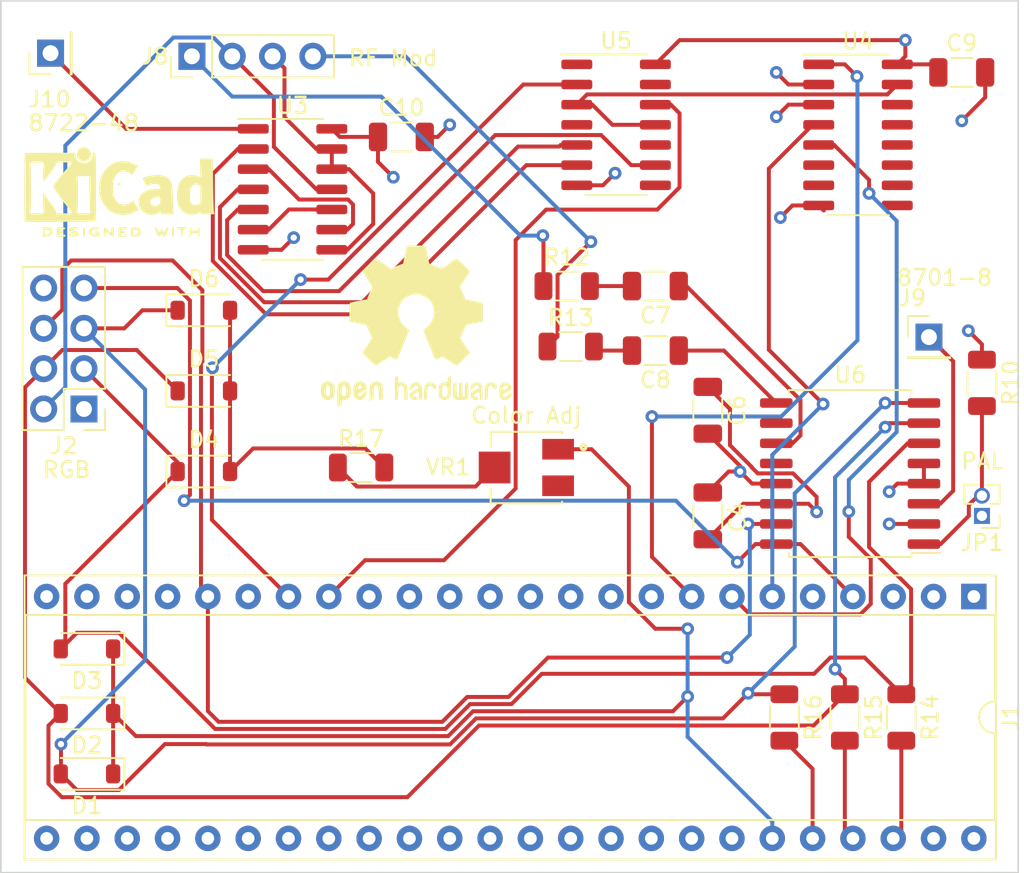
<source format=kicad_pcb>
(kicad_pcb (version 20221018) (generator pcbnew)
  (layers (0 "F.Cu" signal) (1 "In1.Cu" mixed "Power") (2 "In2.Cu" power "Ground") (31 "B.Cu" signal) (34 "B.Paste" user) (35 "F.Paste" user) (36 "B.SilkS" user "B.Silkscreen") (37 "F.SilkS" user "F.Silkscreen") (38 "B.Mask" user) (39 "F.Mask" user) (44 "Edge.Cuts" user))
  (net 0 "")
  (net 1 "GRN")
  (net 2 "RED")
  (net 3 "+5V")
  (net 4 "GND")
  (net 5 "Net-(C7-Pad2)")
  (net 6 "Net-(C8-Pad2)")
  (net 7 "VINT")
  (net 8 "BLU")
  (net 9 "Net-(D4-A)")
  (net 10 "HSYNC")
  (net 11 "{slash}CSVDC")
  (net 12 "R{slash}W")
  (net 13 "VSYNC")
  (net 14 "VBLU")
  (net 15 "VGRN")
  (net 16 "VRED")
  (net 17 "NTSC{slash}PAL")
  (net 18 "Net-(R17-Pad1)")
  (net 19 "A0")
  (net 20 "MOS8701p8")
  (net 21 "D7")
  (net 22 "D0")
  (net 23 "D1")
  (net 44 "~SELOUT")
  (net 45 "SELOUT")
  (net 62 "LUM80")
  (net 63 "CHR80")
  (net 64 "Net-(U6-LUM_OUT)")
  (net 65 "Net-(U6-CHROM_OUT)")
  (net 66 "Net-(U3-Pad10)")
  (net 67 "Net-(U3-Pad3)")
  (net 68 "Net-(U5B-Q)")
  (net 69 "Net-(U5A-Q)")
  (net 70 "Net-(U5A-~{Q})")
  (net 71 "Net-(U4-Y0)")
  (net 78 "MOS8722p48")
  (footprint "Package_SO:SOIC-16W_7.5x10.3mm_P1.27mm" (layer "F.Cu") (at 171.274 117.729 180)
    (fp_text reference "U6")
    (fp_text value "AD725")
  )
  (footprint "Diode_SMD:D_SOD-123" (layer "F.Cu") (at 130.556 112.522)
    (fp_text reference "D5")
    (fp_text value "1N4148W" hide)
  )
  (footprint "Resistor_SMD:R_1206_3216Metric" (layer "F.Cu") (at 153.416 105.918)
    (fp_text reference "R12")
    (fp_text value "75")
  )
  (footprint "Capacitor_SMD:C_1206_3216Metric" (layer "F.Cu") (at 143.002 96.52)
    (fp_text reference "C10")
    (fp_text value "0.1uF")
  )
  (footprint "Resistor_SMD:R_1206_3216Metric" (layer "F.Cu") (at 140.462 117.348)
    (fp_text reference "R17")
    (fp_text value "470")
  )
  (footprint "Diode_SMD:D_SOD-123" (layer "F.Cu") (at 130.556 107.442)
    (fp_text reference "D6")
    (fp_text value "1N4148W" hide)
  )
  (footprint "Connector_PinHeader_2.54mm:PinHeader_1x01_P2.54mm_Vertical" (layer "F.Cu") (at 176.240182 109.130822)
    (fp_text reference "J9")
    (fp_text value "8701p8")
  )
  (footprint "LOGO" (layer "F.Cu") (at 125.207796 99.991189)
    (fp_text reference "G***" hide)
    (fp_text value "LOGO" hide)
  )
  (footprint "Package_SO:SOIC-14_3.9x8.7mm_P1.27mm" (layer "F.Cu") (at 136.144 99.822)
    (fp_text reference "U3")
    (fp_text value "74LS00")
  )
  (footprint "Capacitor_SMD:C_1206_3216Metric" (layer "F.Cu") (at 162.306 113.743 -90)
    (fp_text reference "C6")
    (fp_text value "0.1uF")
  )
  (footprint "Package_DIP:DIP-48_W15.24mm_Socket" (layer "F.Cu") (at 179.07 125.476 -90)
    (fp_text reference "J1")
    (fp_text value "VDC Socket" hide)
  )
  (footprint "Capacitor_SMD:C_1206_3216Metric" (layer "F.Cu") (at 162.306 120.396 90)
    (fp_text reference "C4")
    (fp_text value "10uF")
  )
  (footprint "Capacitor_SMD:C_1206_3216Metric" (layer "F.Cu") (at 178.308 92.456)
    (fp_text reference "C9")
    (fp_text value "0.1uF")
  )
  (footprint "Package_SO:SO-14_3.9x8.65mm_P1.27mm" (layer "F.Cu") (at 156.529 95.758)
    (fp_text reference "U5")
    (fp_text value "74LS74")
  )
  (footprint "LOGO" (layer "F.Cu") (at 143.92413 108.417545)
    (fp_text reference "G***" hide)
    (fp_text value "LOGO" hide)
  )
  (footprint "Resistor_SMD:R_1206_3216Metric" (layer "F.Cu") (at 174.498 133.096 -90)
    (fp_text reference "R14")
    (fp_text value "1k")
  )
  (footprint "Capacitor_SMD:C_1206_3216Metric" (layer "F.Cu") (at 159.004 105.918 180)
    (fp_text reference "C7")
    (fp_text value "220uF")
  )
  (footprint "Capacitor_SMD:C_1206_3216Metric" (layer "F.Cu") (at 159.004 109.982 180)
    (fp_text reference "C8")
    (fp_text value "220uF")
  )
  (footprint "Diode_SMD:D_SOD-123" (layer "F.Cu") (at 130.556 117.602)
    (fp_text reference "D4")
    (fp_text value "1N4148W" hide)
  )
  (footprint "Resistor_SMD:R_1206_3216Metric" (layer "F.Cu") (at 179.578 112.014 -90)
    (fp_text reference "R10")
    (fp_text value "10k")
  )
  (footprint "Connector_PinHeader_2.54mm:PinHeader_1x04_P2.54mm_Vertical" (layer "F.Cu") (at 129.804 91.44 90)
    (fp_text reference "J8")
    (fp_text value "VIDOUT" hide)
  )
  (footprint "Resistor_SMD:R_1206_3216Metric" (layer "F.Cu") (at 167.132 133.096 -90)
    (fp_text reference "R16")
    (fp_text value "1k")
  )
  (footprint "Connector_PinHeader_1.27mm:PinHeader_1x02_P1.27mm_Vertical" (layer "F.Cu") (at 179.578 120.396 180)
    (fp_text reference "JP1")
    (fp_text value "NTSC/PAL" hide)
  )
  (footprint "Resistor_SMD:R_1206_3216Metric" (layer "F.Cu") (at 170.942 133.096 -90)
    (fp_text reference "R15")
    (fp_text value "1k")
  )
  (footprint "Diode_SMD:D_SOD-123" (layer "F.Cu") (at 123.19 132.842 180)
    (fp_text reference "D2")
    (fp_text value "1N4148W" hide)
  )
  (footprint "Diode_SMD:D_SOD-123" (layer "F.Cu") (at 123.19 136.652 180)
    (fp_text reference "D1")
    (fp_text value "1N4148W" hide)
  )
  (footprint "Resistor_SMD:R_1206_3216Metric" (layer "F.Cu") (at 153.67 109.728)
    (fp_text reference "R13")
    (fp_text value "75")
  )
  (footprint "Package_SO:SOIC-16_3.9x9.9mm_P1.27mm" (layer "F.Cu") (at 171.769 96.393)
    (fp_text reference "U4")
    (fp_text value "74HC238")
  )
  (footprint "Diode_SMD:D_SOD-123" (layer "F.Cu") (at 123.19 128.778 180)
    (fp_text reference "D3")
    (fp_text value "1N4148W" hide)
  )
  (footprint "Connector_PinHeader_2.54mm:PinHeader_1x01_P2.54mm_Vertical" (layer "F.Cu") (at 120.896643 91.243806 90)
    (fp_text reference "J10")
    (fp_text value "8722p48" hide)
  )
  (footprint "r2v2_proj_models:TRIM_3314J-1-501E" (layer "F.Cu") (at 150.876 117.348 90)
    (fp_text reference "VR1")
    (fp_text value "Color Adj")
  )
  (footprint "Connector_PinHeader_2.54mm:PinHeader_2x04_P2.54mm_Vertical" (layer "F.Cu") (at 123.002887 113.661445 180)
    (fp_text reference "J2")
    (fp_text value "RGBout")
  )
  (gr_rect (start 117.769188 87.943773) (end 181.864 142.875) (stroke (width 0.1)) (fill none) (layer "Edge.Cuts"))
  (gr_text "8701-8" (at 174.124874 105.96886) (layer "F.SilkS") (effects (font (size 1 1)) (justify left bottom)))
  (gr_text "PAL" (at 178.171749 117.529264) (layer "F.SilkS") (effects (font (size 1 1)) (justify left bottom)))
  (gr_text "RGB" (at 120.308385 118.077865) (layer "F.SilkS") (effects (font (size 1 1)) (justify left bottom)))
  (gr_text "8722-48" (at 119.407804 96.229744) (layer "F.SilkS") (effects (font (size 1 1)) (justify left bottom)))
  (gr_text "RF Mod" (at 139.594216 92.137563) (layer "F.SilkS") (effects (font (size 1 1)) (justify left bottom)))
  (segment (start 120.462887 111.121445) (end 119.287887 112.296445) (width 0.25) (layer "F.Cu") (net 1))
  (segment (start 168.9715 133.604) (end 170.942 131.6335) (width 0.25) (layer "F.Cu") (net 1))
  (segment (start 170.325 130.048) (end 170.942 130.665) (width 0.25) (layer "F.Cu") (net 1))
  (segment (start 143.377808 138.118) (end 147.891808 133.604) (width 0.25) (layer "F.Cu") (net 1))
  (segment (start 119.287887 112.296445) (end 119.287887 130.589887) (width 0.25) (layer "F.Cu") (net 1))
  (segment (start 120.765 137.275) (end 121.608 138.118) (width 0.25) (layer "F.Cu") (net 1))
  (segment (start 128.906 112.522) (end 126.330445 109.946445) (width 0.25) (layer "F.Cu") (net 1))
  (segment (start 147.891808 133.604) (end 168.9715 133.604) (width 0.25) (layer "F.Cu") (net 1))
  (segment (start 121.54 132.842) (end 120.765 133.617) (width 0.25) (layer "F.Cu") (net 1))
  (segment (start 121.608 138.118) (end 143.377808 138.118) (width 0.25) (layer "F.Cu") (net 1))
  (segment (start 126.330445 109.946445) (end 121.637887 109.946445) (width 0.25) (layer "F.Cu") (net 1))
  (segment (start 121.637887 109.946445) (end 120.462887 111.121445) (width 0.25) (layer "F.Cu") (net 1))
  (segment (start 173.736 114.554) (end 175.924 114.554) (width 0.25) (layer "F.Cu") (net 1))
  (segment (start 119.287887 130.589887) (end 121.54 132.842) (width 0.25) (layer "F.Cu") (net 1))
  (segment (start 170.942 130.665) (end 170.942 131.6335) (width 0.25) (layer "F.Cu") (net 1))
  (segment (start 120.765 133.617) (end 120.765 137.275) (width 0.25) (layer "F.Cu") (net 1))
  (segment (start 173.482 114.808) (end 173.736 114.554) (width 0.25) (layer "F.Cu") (net 1))
  (via (at 170.325 130.048) (size 0.8) (drill 0.4) (layers "F.Cu" "B.Cu") (net 1))
  (via (at 173.482 114.808) (size 0.8) (drill 0.4) (layers "F.Cu" "B.Cu") (net 1))
  (segment (start 170.325 130.048) (end 170.325 117.965) (width 0.25) (layer "B.Cu") (net 1))
  (segment (start 170.325 117.965) (end 173.482 114.808) (width 0.25) (layer "B.Cu") (net 1))
  (segment (start 145.765656 133.820964) (end 131.267016 133.820964) (width 0.25) (layer "F.Cu") (net 2))
  (segment (start 147.33262 132.254) (end 145.765656 133.820964) (width 0.25) (layer "F.Cu") (net 2))
  (segment (start 169.000482 130.347213) (end 151.846787 130.347213) (width 0.25) (layer "F.Cu") (net 2))
  (segment (start 175.924 115.824) (end 174.899001 115.824) (width 0.25) (layer "F.Cu") (net 2))
  (segment (start 122.111 128.207) (end 121.54 128.778) (width 0.25) (layer "F.Cu") (net 2))
  (segment (start 122.556 127.762) (end 122.111 128.207) (width 0.25) (layer "F.Cu") (net 2))
  (segment (start 131.267016 133.820964) (end 125.208052 127.762) (width 0.25) (layer "F.Cu") (net 2))
  (segment (start 121.828208 128.489792) (end 121.54 128.778) (width 0.25) (layer "F.Cu") (net 2))
  (segment (start 123.002887 111.121445) (end 128.906 117.024558) (width 0.25) (layer "F.Cu") (net 2))
  (segment (start 174.498 131.6335) (end 172.1875 129.323) (width 0.25) (layer "F.Cu") (net 2))
  (segment (start 149.94 132.254) (end 147.33262 132.254) (width 0.25) (layer "F.Cu") (net 2))
  (segment (start 151.846787 130.347213) (end 149.94 132.254) (width 0.25) (layer "F.Cu") (net 2))
  (segment (start 175.115 125.010009) (end 175.115 131.0165) (width 0.25) (layer "F.Cu") (net 2))
  (segment (start 172.466 118.257001) (end 172.466 122.361009) (width 0.25) (layer "F.Cu") (net 2))
  (segment (start 128.906 117.602) (end 121.828208 124.679792) (width 0.25) (layer "F.Cu") (net 2))
  (segment (start 128.906 117.024558) (end 128.906 117.602) (width 0.25) (layer "F.Cu") (net 2))
  (segment (start 174.899001 115.824) (end 172.466 118.257001) (width 0.25) (layer "F.Cu") (net 2))
  (segment (start 121.828208 124.679792) (end 121.828208 128.489792) (width 0.25) (layer "F.Cu") (net 2))
  (segment (start 175.115 131.0165) (end 174.498 131.6335) (width 0.25) (layer "F.Cu") (net 2))
  (segment (start 172.466 122.361009) (end 175.115 125.010009) (width 0.25) (layer "F.Cu") (net 2))
  (segment (start 125.208052 127.762) (end 122.556 127.762) (width 0.25) (layer "F.Cu") (net 2))
  (segment (start 172.1875 129.323) (end 170.024695 129.323) (width 0.25) (layer "F.Cu") (net 2))
  (segment (start 170.024695 129.323) (end 169.000482 130.347213) (width 0.25) (layer "F.Cu") (net 2))
  (segment (start 162.306 112.268) (end 163.703086 113.665086) (width 0.25) (layer "F.Cu") (net 3))
  (segment (start 141.527 98.093) (end 142.494 99.06) (width 0.25) (layer "F.Cu") (net 3))
  (segment (start 175.924 118.364) (end 174.244 118.364) (width 0.25) (layer "F.Cu") (net 3))
  (segment (start 160.528 90.424) (end 159.004 91.948) (width 0.25) (layer "F.Cu") (net 3))
  (segment (start 167.679908 117.719) (end 169.164 119.203092) (width 0.25) (layer "F.Cu") (net 3))
  (segment (start 174.752 91.44) (end 174.752 90.424) (width 0.25) (layer "F.Cu") (net 3))
  (segment (start 168.656 119.634) (end 169.164 120.142) (width 0.25) (layer "F.Cu") (net 3))
  (segment (start 165.063 117.301695) (end 165.063 117.326934) (width 0.25) (layer "F.Cu") (net 3))
  (segment (start 174.244 91.948) (end 174.752 91.44) (width 0.25) (layer "F.Cu") (net 3))
  (segment (start 174.244 91.948) (end 176.325 91.948) (width 0.25) (layer "F.Cu") (net 3))
  (segment (start 163.703086 113.665086) (end 163.703086 115.941781) (width 0.25) (layer "F.Cu") (net 3))
  (segment (start 176.325 91.948) (end 176.833 92.456) (width 0.25) (layer "F.Cu") (net 3))
  (segment (start 174.752 90.424) (end 160.528 90.424) (width 0.25) (layer "F.Cu") (net 3))
  (segment (start 141.527 96.52) (end 141.527 98.093) (width 0.25) (layer "F.Cu") (net 3))
  (segment (start 179.578 110.5515) (end 179.578 109.584421) (width 0.25) (layer "F.Cu") (net 3))
  (segment (start 174.244 118.364) (end 173.736 118.872) (width 0.25) (layer "F.Cu") (net 3))
  (segment (start 139.127 96.52) (end 138.619 96.012) (width 0.25) (layer "F.Cu") (net 3))
  (segment (start 165.063 117.326934) (end 165.455066 117.719) (width 0.25) (layer "F.Cu") (net 3))
  (segment (start 169.164 119.203092) (end 169.164 120.142) (width 0.25) (layer "F.Cu") (net 3))
  (segment (start 179.578 109.584421) (end 178.724805 108.731226) (width 0.25) (layer "F.Cu") (net 3))
  (segment (start 175.924 117.094) (end 175.924 118.364) (width 0.25) (layer "F.Cu") (net 3))
  (segment (start 163.703086 115.941781) (end 165.063 117.301695) (width 0.25) (layer "F.Cu") (net 3))
  (segment (start 164.543 119.634) (end 166.624 119.634) (width 0.25) (layer "F.Cu") (net 3))
  (segment (start 166.624 119.634) (end 168.656 119.634) (width 0.25) (layer "F.Cu") (net 3))
  (segment (start 141.527 96.52) (end 139.127 96.52) (width 0.25) (layer "F.Cu") (net 3))
  (segment (start 162.306 121.871) (end 164.543 119.634) (width 0.25) (layer "F.Cu") (net 3))
  (segment (start 165.455066 117.719) (end 167.679908 117.719) (width 0.25) (layer "F.Cu") (net 3))
  (via (at 169.164 120.142) (size 0.8) (drill 0.4) (layers "F.Cu" "B.Cu") (net 3))
  (via (at 142.494 99.06) (size 0.8) (drill 0.4) (layers "F.Cu" "B.Cu") (net 3))
  (via (at 174.752 90.424) (size 0.8) (drill 0.4) (layers "F.Cu" "B.Cu") (net 3))
  (via (at 173.736 118.872) (size 0.8) (drill 0.4) (layers "F.Cu" "B.Cu") (net 3))
  (via (at 178.724805 108.731226) (size 0.8) (drill 0.4) (layers "F.Cu" "B.Cu") (net 3))
  (segment (start 162.306 115.218) (end 164.338 117.25) (width 0.25) (layer "F.Cu") (net 4))
  (segment (start 169.294 93.218) (end 167.386 93.218) (width 0.25) (layer "F.Cu") (net 4))
  (segment (start 165.1 118.364) (end 164.338 117.602) (width 0.25) (layer "F.Cu") (net 4))
  (segment (start 179.783 92.456) (end 179.783 94.029) (width 0.25) (layer "F.Cu") (net 4))
  (segment (start 169.294 100.838) (end 167.64 100.838) (width 0.25) (layer "F.Cu") (net 4))
  (segment (start 164.338 117.25) (end 164.338 117.602) (width 0.25) (layer "F.Cu") (net 4))
  (segment (start 144.477 96.52) (end 145.288 96.52) (width 0.25) (layer "F.Cu") (net 4))
  (segment (start 162.306 118.921) (end 163.625 117.602) (width 0.25) (layer "F.Cu") (net 4))
  (segment (start 167.64 100.838) (end 166.878 101.6) (width 0.25) (layer "F.Cu") (net 4))
  (segment (start 175.924 120.904) (end 173.736 120.904) (width 0.25) (layer "F.Cu") (net 4))
  (segment (start 167.386 94.488) (end 166.624 95.25) (width 0.25) (layer "F.Cu") (net 4))
  (segment (start 155.702 99.568) (end 156.464 98.806) (width 0.25) (layer "F.Cu") (net 4))
  (segment (start 179.783 94.029) (end 178.308 95.504) (width 0.25) (layer "F.Cu") (net 4))
  (segment (start 167.386 93.218) (end 166.624 92.456) (width 0.25) (layer "F.Cu") (net 4))
  (segment (start 154.054 99.568) (end 155.702 99.568) (width 0.25) (layer "F.Cu") (net 4))
  (segment (start 169.294 100.838) (end 169.615902 101.159902) (width 0.25) (layer "F.Cu") (net 4))
  (segment (start 145.288 96.52) (end 146.05 95.758) (width 0.25) (layer "F.Cu") (net 4))
  (segment (start 133.669 103.632) (end 135.450785 103.632) (width 0.25) (layer "F.Cu") (net 4))
  (segment (start 169.294 94.488) (end 167.386 94.488) (width 0.25) (layer "F.Cu") (net 4))
  (segment (start 135.450785 103.632) (end 136.217356 102.865429) (width 0.25) (layer "F.Cu") (net 4))
  (segment (start 163.625 117.602) (end 164.338 117.602) (width 0.25) (layer "F.Cu") (net 4))
  (segment (start 166.624 118.364) (end 165.1 118.364) (width 0.25) (layer "F.Cu") (net 4))
  (via (at 166.624 92.456) (size 0.8) (drill 0.4) (layers "F.Cu" "B.Cu") (net 4))
  (via (at 178.308 95.504) (size 0.8) (drill 0.4) (layers "F.Cu" "B.Cu") (net 4))
  (via (at 146.05 95.758) (size 0.8) (drill 0.4) (layers "F.Cu" "B.Cu") (net 4))
  (via (at 156.464 98.806) (size 0.8) (drill 0.4) (layers "F.Cu" "B.Cu") (net 4))
  (via (at 166.624 95.25) (size 0.8) (drill 0.4) (layers "F.Cu" "B.Cu") (net 4))
  (via (at 173.736 120.904) (size 0.8) (drill 0.4) (layers "F.Cu" "B.Cu") (net 4))
  (via (at 136.217356 102.865429) (size 0.8) (drill 0.4) (layers "F.Cu" "B.Cu") (net 4))
  (via (at 166.878 101.6) (size 0.8) (drill 0.4) (layers "F.Cu" "B.Cu") (net 4))
  (via (at 164.338 117.602) (size 0.8) (drill 0.4) (layers "F.Cu" "B.Cu") (net 4))
  (segment (start 157.529 105.918) (end 154.8785 105.918) (width 0.25) (layer "F.Cu") (net 5))
  (segment (start 155.3865 109.982) (end 155.1325 109.728) (width 0.25) (layer "F.Cu") (net 6))
  (segment (start 157.529 109.982) (end 155.3865 109.982) (width 0.25) (layer "F.Cu") (net 6))
  (segment (start 147.519016 132.704) (end 160.11217 132.704) (width 0.25) (layer "F.Cu") (net 7))
  (segment (start 126.268964 134.270964) (end 145.952052 134.270964) (width 0.25) (layer "F.Cu") (net 7))
  (segment (start 157.335 118.548002) (end 157.335 125.839) (width 0.25) (layer "F.Cu") (net 7))
  (segment (start 154.984998 116.198) (end 157.335 118.548002) (width 0.25) (layer "F.Cu") (net 7))
  (segment (start 157.335 125.839) (end 159.004 127.508) (width 0.25) (layer "F.Cu") (net 7))
  (segment (start 160.11217 132.704) (end 161.036 131.78017) (width 0.25) (layer "F.Cu") (net 7))
  (segment (start 152.876 116.198) (end 154.984998 116.198) (width 0.25) (layer "F.Cu") (net 7))
  (segment (start 159.004 127.508) (end 161.036 127.508) (width 0.25) (layer "F.Cu") (net 7))
  (segment (start 124.84 132.842) (end 124.84 136.652) (width 0.25) (layer "F.Cu") (net 7))
  (segment (start 124.84 128.778) (end 124.84 132.842) (width 0.25) (layer "F.Cu") (net 7))
  (segment (start 145.952052 134.270964) (end 147.519016 132.704) (width 0.25) (layer "F.Cu") (net 7))
  (segment (start 124.84 132.842) (end 126.268964 134.270964) (width 0.25) (layer "F.Cu") (net 7))
  (via (at 161.036 131.78017) (size 0.8) (drill 0.4) (layers "F.Cu" "B.Cu") (net 7))
  (via (at 161.036 127.508) (size 0.8) (drill 0.4) (layers "F.Cu" "B.Cu") (net 7))
  (segment (start 161.036 131.78017) (end 161.036 134.31795) (width 0.25) (layer "B.Cu") (net 7))
  (segment (start 161.036 127.508) (end 161.036 131.78017) (width 0.25) (layer "B.Cu") (net 7))
  (segment (start 166.37 139.65195) (end 166.37 140.716) (width 0.25) (layer "B.Cu") (net 7))
  (segment (start 161.036 134.31795) (end 166.37 139.65195) (width 0.25) (layer "B.Cu") (net 7))
  (segment (start 130.706003 134.773462) (end 128.10259 134.773462) (width 0.25) (layer "F.Cu") (net 8))
  (segment (start 121.553915 134.778486) (end 121.553915 136.638085) (width 0.25) (layer "F.Cu") (net 8))
  (segment (start 164.9075 131.6335) (end 164.846 131.572) (width 0.25) (layer "F.Cu") (net 8))
  (segment (start 163.264 133.154) (end 147.705412 133.154) (width 0.25) (layer "F.Cu") (net 8))
  (segment (start 125.542887 108.581445) (end 126.682332 107.442) (width 0.25) (layer "F.Cu") (net 8))
  (segment (start 122.556 137.668) (end 121.54 136.652) (width 0.25) (layer "F.Cu") (net 8))
  (segment (start 167.132 131.6335) (end 164.9075 131.6335) (width 0.25) (layer "F.Cu") (net 8))
  (segment (start 125.208052 137.668) (end 122.556 137.668) (width 0.25) (layer "F.Cu") (net 8))
  (segment (start 128.906 107.442) (end 126.682332 107.442) (width 0.25) (layer "F.Cu") (net 8))
  (segment (start 173.482 113.284) (end 175.924 113.284) (width 0.25) (layer "F.Cu") (net 8))
  (segment (start 147.705412 133.154) (end 146.06368 134.795732) (width 0.25) (layer "F.Cu") (net 8))
  (segment (start 128.10259 134.773462) (end 125.208052 137.668) (width 0.25) (layer "F.Cu") (net 8))
  (segment (start 130.728273 134.795732) (end 130.706003 134.773462) (width 0.25) (layer "F.Cu") (net 8))
  (segment (start 164.846 131.572) (end 163.264 133.154) (width 0.25) (layer "F.Cu") (net 8))
  (segment (start 146.06368 134.795732) (end 130.728273 134.795732) (width 0.25) (layer "F.Cu") (net 8))
  (segment (start 123.002887 108.581445) (end 125.542887 108.581445) (width 0.25) (layer "F.Cu") (net 8))
  (segment (start 121.553915 136.638085) (end 121.54 136.652) (width 0.25) (layer "F.Cu") (net 8))
  (via (at 173.482 113.284) (size 0.8) (drill 0.4) (layers "F.Cu" "B.Cu") (net 8))
  (via (at 164.846 131.572) (size 0.8) (drill 0.4) (layers "F.Cu" "B.Cu") (net 8))
  (via (at 121.553915 134.778486) (size 0.8) (drill 0.4) (layers "F.Cu" "B.Cu") (net 8))
  (segment (start 167.785 128.633) (end 167.785 118.981) (width 0.25) (layer "B.Cu") (net 8))
  (segment (start 126.855 129.477401) (end 121.553915 134.778486) (width 0.25) (layer "B.Cu") (net 8))
  (segment (start 164.846 131.572) (end 167.785 128.633) (width 0.25) (layer "B.Cu") (net 8))
  (segment (start 123.002887 108.581445) (end 126.855 112.433558) (width 0.25) (layer "B.Cu") (net 8))
  (segment (start 126.855 112.433558) (end 126.855 129.477401) (width 0.25) (layer "B.Cu") (net 8))
  (segment (start 167.785 118.981) (end 173.482 113.284) (width 0.25) (layer "B.Cu") (net 8))
  (segment (start 132.206 107.442) (end 132.206 112.522) (width 0.25) (layer "F.Cu") (net 9))
  (segment (start 132.206 117.602) (end 133.66 116.148) (width 0.25) (layer "F.Cu") (net 9))
  (segment (start 132.206 112.522) (end 132.206 117.602) (width 0.25) (layer "F.Cu") (net 9))
  (segment (start 133.66 116.148) (end 140.7245 116.148) (width 0.25) (layer "F.Cu") (net 9))
  (segment (start 140.7245 116.148) (end 141.9245 117.348) (width 0.25) (layer "F.Cu") (net 9))
  (segment (start 129.681 106.832948) (end 128.889497 106.041445) (width 0.25) (layer "F.Cu") (net 10))
  (segment (start 166.624 122.174) (end 168.148 122.174) (width 0.25) (layer "F.Cu") (net 10))
  (segment (start 165.308414 122.174) (end 166.624 122.174) (width 0.25) (layer "F.Cu") (net 10))
  (segment (start 164.169742 123.312672) (end 165.308414 122.174) (width 0.25) (layer "F.Cu") (net 10))
  (segment (start 129.31304 119.439236) (end 129.681 119.071276) (width 0.25) (layer "F.Cu") (net 10))
  (segment (start 129.681 119.071276) (end 129.681 106.832948) (width 0.25) (layer "F.Cu") (net 10))
  (segment (start 168.148 122.174) (end 171.45 125.476) (width 0.25) (layer "F.Cu") (net 10))
  (segment (start 128.889497 106.041445) (end 123.002887 106.041445) (width 0.25) (layer "F.Cu") (net 10))
  (via (at 164.169742 123.312672) (size 0.8) (drill 0.4) (layers "F.Cu" "B.Cu") (net 10))
  (via (at 129.31304 119.439236) (size 0.8) (drill 0.4) (layers "F.Cu" "B.Cu") (net 10))
  (segment (start 129.31304 119.439236) (end 160.296306 119.439236) (width 0.25) (layer "B.Cu") (net 10))
  (segment (start 160.296306 119.439236) (end 164.169742 123.312672) (width 0.25) (layer "B.Cu") (net 10))
  (segment (start 168.913092 95.758) (end 169.294 95.758) (width 0.25) (layer "F.Cu") (net 11))
  (segment (start 166.153 98.518092) (end 168.913092 95.758) (width 0.25) (layer "F.Cu") (net 11))
  (segment (start 166.153 109.932245) (end 166.153 98.518092) (width 0.25) (layer "F.Cu") (net 11))
  (segment (start 169.571035 113.35028) (end 166.153 109.932245) (width 0.25) (layer "F.Cu") (net 11))
  (via (at 169.571035 113.35028) (size 0.8) (drill 0.4) (layers "F.Cu" "B.Cu") (net 11))
  (segment (start 166.37 116.551315) (end 169.571035 113.35028) (width 0.25) (layer "B.Cu") (net 11))
  (segment (start 166.37 125.476) (end 166.37 116.551315) (width 0.25) (layer "B.Cu") (net 11))
  (segment (start 158.787 122.973) (end 158.787 114.138447) (width 0.25) (layer "F.Cu") (net 12))
  (segment (start 171.704 92.71) (end 170.942 91.948) (width 0.25) (layer "F.Cu") (net 12))
  (segment (start 170.942 91.948) (end 169.294 91.948) (width 0.25) (layer "F.Cu") (net 12))
  (segment (start 161.29 125.476) (end 158.787 122.973) (width 0.25) (layer "F.Cu") (net 12))
  (via (at 171.704 92.71) (size 0.8) (drill 0.4) (layers "F.Cu" "B.Cu") (net 12))
  (via (at 158.787 114.138447) (size 0.8) (drill 0.4) (layers "F.Cu" "B.Cu") (net 12))
  (segment (start 171.735656 109.334111) (end 171.735656 92.741656) (width 0.25) (layer "B.Cu") (net 12))
  (segment (start 166.935495 114.134272) (end 171.735656 109.334111) (width 0.25) (layer "B.Cu") (net 12))
  (segment (start 158.787 114.138447) (end 158.791175 114.134272) (width 0.25) (layer "B.Cu") (net 12))
  (segment (start 158.791175 114.134272) (end 166.935495 114.134272) (width 0.25) (layer "B.Cu") (net 12))
  (segment (start 171.735656 92.741656) (end 171.704 92.71) (width 0.25) (layer "B.Cu") (net 12))
  (segment (start 145.57926 133.370964) (end 147.146224 131.804) (width 0.25) (layer "F.Cu") (net 13))
  (segment (start 130.81 125.476) (end 130.81 132.696608) (width 0.25) (layer "F.Cu") (net 13))
  (segment (start 152.23304 129.324564) (end 163.518118 129.324564) (width 0.25) (layer "F.Cu") (net 13))
  (segment (start 128.589212 104.302969) (end 122.201364 104.302969) (width 0.25) (layer "F.Cu") (net 13))
  (segment (start 130.375811 125.23607) (end 130.375811 110.761462) (width 0.25) (layer "F.Cu") (net 13))
  (segment (start 164.846 120.904) (end 166.624 120.904) (width 0.25) (layer "F.Cu") (net 13))
  (segment (start 121.637887 104.866446) (end 121.637887 107.406445) (width 0.25) (layer "F.Cu") (net 13))
  (segment (start 130.463593 110.67368) (end 130.463593 106.17735) (width 0.25) (layer "F.Cu") (net 13))
  (segment (start 122.201364 104.302969) (end 121.637887 104.866446) (width 0.25) (layer "F.Cu") (net 13))
  (segment (start 130.463593 106.17735) (end 128.589212 104.302969) (width 0.25) (layer "F.Cu") (net 13))
  (segment (start 131.484356 133.370964) (end 145.57926 133.370964) (width 0.25) (layer "F.Cu") (net 13))
  (segment (start 130.81 132.696608) (end 131.484356 133.370964) (width 0.25) (layer "F.Cu") (net 13))
  (segment (start 149.753604 131.804) (end 152.23304 129.324564) (width 0.25) (layer "F.Cu") (net 13))
  (segment (start 130.81 125.476) (end 130.615741 125.476) (width 0.25) (layer "F.Cu") (net 13))
  (segment (start 147.146224 131.804) (end 149.753604 131.804) (width 0.25) (layer "F.Cu") (net 13))
  (segment (start 130.375811 110.761462) (end 130.463593 110.67368) (width 0.25) (layer "F.Cu") (net 13))
  (segment (start 121.637887 107.406445) (end 120.462887 108.581445) (width 0.25) (layer "F.Cu") (net 13))
  (segment (start 130.615741 125.476) (end 130.375811 125.23607) (width 0.25) (layer "F.Cu") (net 13))
  (via (at 164.846 120.904) (size 0.8) (drill 0.4) (layers "F.Cu" "B.Cu") (net 13))
  (via (at 163.518118 129.324564) (size 0.8) (drill 0.4) (layers "F.Cu" "B.Cu") (net 13))
  (segment (start 164.955 127.887682) (end 163.518118 129.324564) (width 0.25) (layer "B.Cu") (net 13))
  (segment (start 164.846 120.904) (end 164.955 121.013) (width 0.25) (layer "B.Cu") (net 13))
  (segment (start 164.955 121.013) (end 164.955 127.887682) (width 0.25) (layer "B.Cu") (net 13))
  (segment (start 168.91 136.3365) (end 168.91 140.716) (width 0.25) (layer "F.Cu") (net 14))
  (segment (start 167.132 134.5585) (end 168.91 136.3365) (width 0.25) (layer "F.Cu") (net 14))
  (segment (start 170.942 140.208) (end 171.45 140.716) (width 0.25) (layer "F.Cu") (net 15))
  (segment (start 170.942 134.5585) (end 170.942 140.208) (width 0.25) (layer "F.Cu") (net 15))
  (segment (start 174.498 140.208) (end 173.99 140.716) (width 0.25) (layer "F.Cu") (net 16))
  (segment (start 174.498 134.5585) (end 174.498 140.208) (width 0.25) (layer "F.Cu") (net 16))
  (segment (start 175.924 122.174) (end 176.973902 122.174) (width 0.25) (layer "F.Cu") (net 17))
  (segment (start 179.330236 119.126) (end 179.578 119.126) (width 0.25) (layer "F.Cu") (net 17))
  (segment (start 179.578 113.4765) (end 179.578 119.126) (width 0.25) (layer "F.Cu") (net 17))
  (segment (start 178.753 119.703236) (end 179.330236 119.126) (width 0.25) (layer "F.Cu") (net 17))
  (segment (start 176.973902 122.174) (end 178.753 120.394902) (width 0.25) (layer "F.Cu") (net 17))
  (segment (start 178.753 120.394902) (end 178.753 119.703236) (width 0.25) (layer "F.Cu") (net 17))
  (segment (start 138.9995 117.348) (end 140.1995 118.548) (width 0.25) (layer "F.Cu") (net 18))
  (segment (start 147.676 118.548) (end 148.876 117.348) (width 0.25) (layer "F.Cu") (net 18))
  (segment (start 140.1995 118.548) (end 147.676 118.548) (width 0.25) (layer "F.Cu") (net 18))
  (segment (start 171.915991 126.601) (end 172.575 125.941991) (width 0.25) (layer "F.Cu") (net 19))
  (segment (start 172.575 125.941991) (end 172.575 123.106405) (width 0.25) (layer "F.Cu") (net 19))
  (segment (start 172.466 100.076) (end 172.466 99.225001) (width 0.25) (layer "F.Cu") (net 19))
  (segment (start 164.955 126.601) (end 171.915991 126.601) (width 0.25) (layer "F.Cu") (net 19))
  (segment (start 171.191347 121.722752) (end 171.191347 120.118832) (width 0.25) (layer "F.Cu") (net 19))
  (segment (start 172.575 123.106405) (end 171.191347 121.722752) (width 0.25) (layer "F.Cu") (net 19))
  (segment (start 163.83 125.476) (end 164.955 126.601) (width 0.25) (layer "F.Cu") (net 19))
  (segment (start 172.466 99.225001) (end 170.268999 97.028) (width 0.25) (layer "F.Cu") (net 19))
  (segment (start 170.268999 97.028) (end 169.294 97.028) (width 0.25) (layer "F.Cu") (net 19))
  (via (at 171.191347 120.118832) (size 0.8) (drill 0.4) (layers "F.Cu" "B.Cu") (net 19))
  (via (at 172.466 100.076) (size 0.8) (drill 0.4) (layers "F.Cu" "B.Cu") (net 19))
  (segment (start 171.191347 120.118832) (end 171.191347 118.123958) (width 0.25) (layer "B.Cu") (net 19))
  (segment (start 171.191347 118.123958) (end 174.207 115.108305) (width 0.25) (layer "B.Cu") (net 19))
  (segment (start 174.207 101.817) (end 172.466 100.076) (width 0.25) (layer "B.Cu") (net 19))
  (segment (start 174.207 115.108305) (end 174.207 101.817) (width 0.25) (layer "B.Cu") (net 19))
  (segment (start 177.764583 110.655223) (end 177.764583 118.818416) (width 0.25) (layer "F.Cu") (net 20))
  (segment (start 177.764583 118.818416) (end 176.948999 119.634) (width 0.25) (layer "F.Cu") (net 20))
  (segment (start 176.948999 119.634) (end 175.924 119.634) (width 0.25) (layer "F.Cu") (net 20))
  (segment (start 176.240182 109.130822) (end 177.764583 110.655223) (width 0.25) (layer "F.Cu") (net 20))
  (segment (start 131.064 111.098578) (end 131.100811 111.061767) (width 0.25) (layer "F.Cu") (net 22))
  (segment (start 150.683908 93.218) (end 138.39133 105.510578) (width 0.25) (layer "F.Cu") (net 22))
  (segment (start 154.054 93.218) (end 150.683908 93.218) (width 0.25) (layer "F.Cu") (net 22))
  (segment (start 131.064 120.65) (end 131.064 111.098578) (width 0.25) (layer "F.Cu") (net 22))
  (segment (start 138.39133 105.510578) (end 136.652 105.510578) (width 0.25) (layer "F.Cu") (net 22))
  (segment (start 131.064 120.65) (end 135.89 125.476) (width 0.25) (layer "F.Cu") (net 22))
  (via (at 136.652 105.510578) (size 0.8) (drill 0.4) (layers "F.Cu" "B.Cu") (net 22))
  (via (at 131.100811 111.061767) (size 0.8) (drill 0.4) (layers "F.Cu" "B.Cu") (net 22))
  (segment (start 136.652 105.510578) (end 131.100811 111.061767) (width 0.25) (layer "B.Cu") (net 22))
  (segment (start 140.716 123.19) (end 138.43 125.476) (width 0.25) (layer "F.Cu") (net 23))
  (segment (start 160.528 99.694908) (end 159.121575 101.101333) (width 0.25) (layer "F.Cu") (net 23))
  (segment (start 150.201 118.673) (end 145.684 123.19) (width 0.25) (layer "F.Cu") (net 23))
  (segment (start 159.978999 94.488) (end 160.528 95.037001) (width 0.25) (layer "F.Cu") (net 23))
  (segment (start 150.201 103.019896) (end 150.201 118.673) (width 0.25) (layer "F.Cu") (net 23))
  (segment (start 152.119563 101.101333) (end 150.201 103.019896) (width 0.25) (layer "F.Cu") (net 23))
  (segment (start 159.121575 101.101333) (end 152.119563 101.101333) (width 0.25) (layer "F.Cu") (net 23))
  (segment (start 160.528 95.037001) (end 160.528 99.694908) (width 0.25) (layer "F.Cu") (net 23))
  (segment (start 159.004 94.488) (end 159.978999 94.488) (width 0.25) (layer "F.Cu") (net 23))
  (segment (start 145.684 123.19) (end 140.716 123.19) (width 0.25) (layer "F.Cu") (net 23))
  (segment (start 138.619 99.822) (end 137.644001 99.822) (width 0.25) (layer "F.Cu") (net 44))
  (segment (start 137.644001 99.822) (end 134.969 97.146999) (width 0.25) (layer "F.Cu") (net 44))
  (segment (start 134.969 94.065) (end 132.344 91.44) (width 0.25) (layer "F.Cu") (net 44))
  (segment (start 134.969 97.146999) (end 134.969 94.065) (width 0.25) (layer "F.Cu") (net 44))
  (segment (start 128.635876 90.258124) (end 131.162124 90.258124) (width 0.25) (layer "B.Cu") (net 44))
  (segment (start 121.827887 112.296445) (end 121.827887 97.066113) (width 0.25) (layer "B.Cu") (net 44))
  (segment (start 131.162124 90.258124) (end 132.344 91.44) (width 0.25) (layer "B.Cu") (net 44))
  (segment (start 121.827887 97.066113) (end 128.635876 90.258124) (width 0.25) (layer "B.Cu") (net 44))
  (segment (start 120.462887 113.661445) (end 121.827887 112.296445) (width 0.25) (layer "B.Cu") (net 44))
  (segment (start 138.619 97.282) (end 137.644001 97.282) (width 0.25) (layer "F.Cu") (net 45))
  (segment (start 138.619 97.282) (end 138.619 98.552) (width 0.25) (layer "F.Cu") (net 45))
  (segment (start 141.224 102.001999) (end 141.224 100.076) (width 0.25) (layer "F.Cu") (net 45))
  (segment (start 139.593999 103.632) (end 141.224 102.001999) (width 0.25) (layer "F.Cu") (net 45))
  (segment (start 138.619 103.632) (end 139.593999 103.632) (width 0.25) (layer "F.Cu") (net 45))
  (segment (start 139.7 98.552) (end 138.619 98.552) (width 0.25) (layer "F.Cu") (net 45))
  (segment (start 137.644001 97.282) (end 135.636 95.273999) (width 0.25) (layer "F.Cu") (net 45))
  (segment (start 135.636 95.273999) (end 135.636 92.192) (width 0.25) (layer "F.Cu") (net 45))
  (segment (start 141.224 100.076) (end 139.7 98.552) (width 0.25) (layer "F.Cu") (net 45))
  (segment (start 135.636 92.192) (end 134.884 91.44) (width 0.25) (layer "F.Cu") (net 45))
  (segment (start 151.9535 102.781119) (end 151.9535 105.918) (width 0.25) (layer "F.Cu") (net 62))
  (segment (start 151.911371 102.73899) (end 151.9535 102.781119) (width 0.25) (layer "F.Cu") (net 62))
  (via (at 151.911371 102.73899) (size 0.8) (drill 0.4) (layers "F.Cu" "B.Cu") (net 62))
  (segment (start 151.911371 102.73899) (end 150.49099 102.73899) (width 0.25) (layer "B.Cu") (net 62))
  (segment (start 141.732 93.98) (end 132.344 93.98) (width 0.25) (layer "B.Cu") (net 62))
  (segment (start 150.49099 102.73899) (end 141.732 93.98) (width 0.25) (layer "B.Cu") (net 62))
  (segment (start 132.344 93.98) (end 129.804 91.44) (width 0.25) (layer "B.Cu") (net 62))
  (segment (start 154.94 103.124) (end 152.841 105.223) (width 0.25) (layer "F.Cu") (net 63))
  (segment (start 152.841 109.0945) (end 152.2075 109.728) (width 0.25) (layer "F.Cu") (net 63))
  (segment (start 152.841 105.223) (end 152.841 109.0945) (width 0.25) (layer "F.Cu") (net 63))
  (via (at 154.94 103.124) (size 0.8) (drill 0.4) (layers "F.Cu" "B.Cu") (net 63))
  (segment (start 154.94 103.124) (end 143.256 91.44) (width 0.25) (layer "B.Cu") (net 63))
  (segment (start 143.256 91.44) (end 137.424 91.44) (width 0.25) (layer "B.Cu") (net 63))
  (segment (start 166.624 115.824) (end 167.648999 115.824) (width 0.25) (layer "F.Cu") (net 64))
  (segment (start 160.958908 105.918) (end 160.479 105.918) (width 0.25) (layer "F.Cu") (net 64))
  (segment (start 168.148 113.107092) (end 160.958908 105.918) (width 0.25) (layer "F.Cu") (net 64))
  (segment (start 167.648999 115.824) (end 168.148 115.324999) (width 0.25) (layer "F.Cu") (net 64))
  (segment (start 168.148 115.324999) (end 168.148 113.107092) (width 0.25) (layer "F.Cu") (net 64))
  (segment (start 160.479 109.982) (end 163.322 109.982) (width 0.25) (layer "F.Cu") (net 65))
  (segment (start 163.322 109.982) (end 166.624 113.284) (width 0.25) (layer "F.Cu") (net 65))
  (segment (start 134.643999 102.362) (end 135.913999 101.092) (width 0.25) (layer "F.Cu") (net 66))
  (segment (start 133.669 102.362) (end 134.643999 102.362) (width 0.25) (layer "F.Cu") (net 66))
  (segment (start 135.913999 101.092) (end 138.619 101.092) (width 0.25) (layer "F.Cu") (net 66))
  (segment (start 133.669 98.552) (end 134.643999 98.552) (width 0.25) (layer "F.Cu") (net 67))
  (segment (start 139.954 100.776092) (end 139.954 102.001999) (width 0.25) (layer "F.Cu") (net 67))
  (segment (start 134.643999 98.552) (end 136.558999 100.467) (width 0.25) (layer "F.Cu") (net 67))
  (segment (start 136.558999 100.467) (end 139.644908 100.467) (width 0.25) (layer "F.Cu") (net 67))
  (segment (start 139.954 102.001999) (end 139.593999 102.362) (width 0.25) (layer "F.Cu") (net 67))
  (segment (start 139.593999 102.362) (end 138.619 102.362) (width 0.25) (layer "F.Cu") (net 67))
  (segment (start 139.644908 100.467) (end 139.954 100.776092) (width 0.25) (layer "F.Cu") (net 67))
  (segment (start 132.021224 101.764777) (end 132.021224 103.963984) (width 0.25) (layer "F.Cu") (net 68))
  (segment (start 133.669 101.092) (end 132.694001 101.092) (width 0.25) (layer "F.Cu") (net 68))
  (segment (start 148.91512 96.403) (end 155.585 96.403) (width 0.25) (layer "F.Cu") (net 68))
  (segment (start 157.48 98.298) (end 159.004 98.298) (width 0.25) (layer "F.Cu") (net 68))
  (segment (start 134.292818 106.235578) (end 139.082542 106.235578) (width 0.25) (layer "F.Cu") (net 68))
  (segment (start 132.694001 101.092) (end 132.021224 101.764777) (width 0.25) (layer "F.Cu") (net 68))
  (segment (start 155.585 96.403) (end 157.48 98.298) (width 0.25) (layer "F.Cu") (net 68))
  (segment (start 132.021224 103.963984) (end 134.292818 106.235578) (width 0.25) (layer "F.Cu") (net 68))
  (segment (start 139.082542 106.235578) (end 148.91512 96.403) (width 0.25) (layer "F.Cu") (net 68))
  (segment (start 150.348459 97.127092) (end 152.940396 97.127092) (width 0.25) (layer "F.Cu") (net 69))
  (segment (start 133.669 99.822) (end 132.694001 99.822) (width 0.25) (layer "F.Cu") (net 69))
  (segment (start 140.540424 106.935127) (end 150.348459 97.127092) (width 0.25) (layer "F.Cu") (net 69))
  (segment (start 152.940396 97.127092) (end 153.039488 97.028) (width 0.25) (layer "F.Cu") (net 69))
  (segment (start 132.694001 99.822) (end 131.571224 100.944777) (width 0.25) (layer "F.Cu") (net 69))
  (segment (start 134.355971 106.935127) (end 140.540424 106.935127) (width 0.25) (layer "F.Cu") (net 69))
  (segment (start 153.039488 97.028) (end 154.054 97.028) (width 0.25) (layer "F.Cu") (net 69))
  (segment (start 131.571224 104.15038) (end 134.355971 106.935127) (width 0.25) (layer "F.Cu") (net 69))
  (segment (start 131.571224 100.944777) (end 131.571224 104.15038) (width 0.25) (layer "F.Cu") (net 69))
  (segment (start 131.121224 98.854777) (end 131.121224 104.336776) (width 0.25) (layer "F.Cu") (net 70))
  (segment (start 141.480792 107.696) (end 150.878792 98.298) (width 0.25) (layer "F.Cu") (net 70))
  (segment (start 134.480448 107.696) (end 141.480792 107.696) (width 0.25) (layer "F.Cu") (net 70))
  (segment (start 133.669 97.282) (end 132.694001 97.282) (width 0.25) (layer "F.Cu") (net 70))
  (segment (start 132.694001 97.282) (end 131.121224 98.854777) (width 0.25) (layer "F.Cu") (net 70))
  (segment (start 150.878792 98.298) (end 154.054 98.298) (width 0.25) (layer "F.Cu") (net 70))
  (segment (start 131.121224 104.336776) (end 134.480448 107.696) (width 0.25) (layer "F.Cu") (net 70))
  (segment (start 154.699 93.843) (end 154.054 94.488) (width 0.25) (layer "F.Cu") (net 71))
  (segment (start 155.028999 94.488) (end 156.298999 95.758) (width 0.25) (layer "F.Cu") (net 71))
  (segment (start 173.619 93.843) (end 154.699 93.843) (width 0.25) (layer "F.Cu") (net 71))
  (segment (start 174.244 93.218) (end 173.619 93.843) (width 0.25) (layer "F.Cu") (net 71))
  (segment (start 154.054 94.488) (end 155.028999 94.488) (width 0.25) (layer "F.Cu") (net 71))
  (segment (start 156.298999 95.758) (end 159.004 95.758) (width 0.25) (layer "F.Cu") (net 71))
  (segment (start 120.896643 91.243806) (end 125.664837 96.012) (width 0.25) (layer "F.Cu") (net 78))
  (segment (start 125.664837 96.012) (end 133.669 96.012) (width 0.25) (layer "F.Cu") (net 78))
)
</source>
